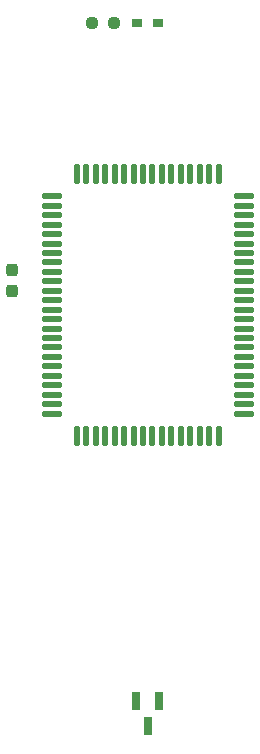
<source format=gbr>
G04 #@! TF.GenerationSoftware,KiCad,Pcbnew,9.0.6-9.0.6~ubuntu25.10.1*
G04 #@! TF.CreationDate,2025-12-22T11:42:11+09:00*
G04 #@! TF.ProjectId,bionic-s80c196kc,62696f6e-6963-42d7-9338-30633139366b,1*
G04 #@! TF.SameCoordinates,Original*
G04 #@! TF.FileFunction,Paste,Top*
G04 #@! TF.FilePolarity,Positive*
%FSLAX46Y46*%
G04 Gerber Fmt 4.6, Leading zero omitted, Abs format (unit mm)*
G04 Created by KiCad (PCBNEW 9.0.6-9.0.6~ubuntu25.10.1) date 2025-12-22 11:42:11*
%MOMM*%
%LPD*%
G01*
G04 APERTURE LIST*
G04 Aperture macros list*
%AMRoundRect*
0 Rectangle with rounded corners*
0 $1 Rounding radius*
0 $2 $3 $4 $5 $6 $7 $8 $9 X,Y pos of 4 corners*
0 Add a 4 corners polygon primitive as box body*
4,1,4,$2,$3,$4,$5,$6,$7,$8,$9,$2,$3,0*
0 Add four circle primitives for the rounded corners*
1,1,$1+$1,$2,$3*
1,1,$1+$1,$4,$5*
1,1,$1+$1,$6,$7*
1,1,$1+$1,$8,$9*
0 Add four rect primitives between the rounded corners*
20,1,$1+$1,$2,$3,$4,$5,0*
20,1,$1+$1,$4,$5,$6,$7,0*
20,1,$1+$1,$6,$7,$8,$9,0*
20,1,$1+$1,$8,$9,$2,$3,0*%
G04 Aperture macros list end*
%ADD10RoundRect,0.237500X0.250000X0.237500X-0.250000X0.237500X-0.250000X-0.237500X0.250000X-0.237500X0*%
%ADD11RoundRect,0.137500X-0.737500X-0.137500X0.737500X-0.137500X0.737500X0.137500X-0.737500X0.137500X0*%
%ADD12RoundRect,0.137500X-0.137500X-0.737500X0.137500X-0.737500X0.137500X0.737500X-0.137500X0.737500X0*%
%ADD13R,0.965200X0.762000*%
%ADD14RoundRect,0.237500X0.237500X-0.300000X0.237500X0.300000X-0.237500X0.300000X-0.237500X-0.300000X0*%
%ADD15R,0.660400X1.625600*%
G04 APERTURE END LIST*
D10*
X110804400Y-71778000D03*
X108979400Y-71778000D03*
D11*
X105575000Y-86428600D03*
X105575000Y-87228600D03*
X105575000Y-88028600D03*
X105575000Y-88828600D03*
X105575000Y-89628600D03*
X105575000Y-90428600D03*
X105575000Y-91228600D03*
X105575000Y-92028600D03*
X105575000Y-92828600D03*
X105575000Y-93628600D03*
X105575000Y-94428600D03*
X105575000Y-95228600D03*
X105575000Y-96028600D03*
X105575000Y-96828600D03*
X105575000Y-97628600D03*
X105575000Y-98428600D03*
X105575000Y-99228600D03*
X105575000Y-100028600D03*
X105575000Y-100828600D03*
X105575000Y-101628600D03*
X105575000Y-102428600D03*
X105575000Y-103228600D03*
X105575000Y-104028600D03*
X105575000Y-104828600D03*
D12*
X107700000Y-106753600D03*
X108500000Y-106753600D03*
X109300000Y-106753600D03*
X110100000Y-106753600D03*
X110900000Y-106753600D03*
X111700000Y-106753600D03*
X112500000Y-106753600D03*
X113300000Y-106753600D03*
X114100000Y-106753600D03*
X114900000Y-106753600D03*
X115700000Y-106753600D03*
X116500000Y-106753600D03*
X117300000Y-106753600D03*
X118100000Y-106753600D03*
X118900000Y-106753600D03*
X119700000Y-106753600D03*
D11*
X121825000Y-104828600D03*
X121825000Y-104028600D03*
X121825000Y-103228600D03*
X121825000Y-102428600D03*
X121825000Y-101628600D03*
X121825000Y-100828600D03*
X121825000Y-100028600D03*
X121825000Y-99228600D03*
X121825000Y-98428600D03*
X121825000Y-97628600D03*
X121825000Y-96828600D03*
X121825000Y-96028600D03*
X121825000Y-95228600D03*
X121825000Y-94428600D03*
X121825000Y-93628600D03*
X121825000Y-92828600D03*
X121825000Y-92028600D03*
X121825000Y-91228600D03*
X121825000Y-90428600D03*
X121825000Y-89628600D03*
X121825000Y-88828600D03*
X121825000Y-88028600D03*
X121825000Y-87228600D03*
X121825000Y-86428600D03*
D12*
X119700000Y-84503600D03*
X118900000Y-84503600D03*
X118100000Y-84503600D03*
X117300000Y-84503600D03*
X116500000Y-84503600D03*
X115700000Y-84503600D03*
X114900000Y-84503600D03*
X114100000Y-84503600D03*
X113300000Y-84503600D03*
X112500000Y-84503600D03*
X111700000Y-84503600D03*
X110900000Y-84503600D03*
X110100000Y-84503600D03*
X109300000Y-84503600D03*
X108500000Y-84503600D03*
X107700000Y-84503600D03*
D13*
X112823700Y-71778000D03*
X114576300Y-71778000D03*
D14*
X102193800Y-94433700D03*
X102193800Y-92708700D03*
D15*
X114650001Y-129182000D03*
X112749999Y-129182000D03*
X113700000Y-131314000D03*
M02*

</source>
